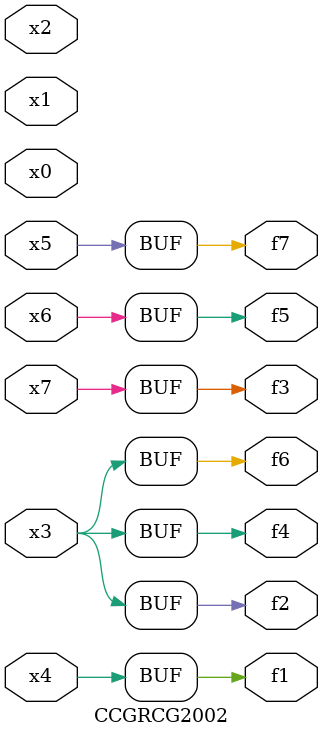
<source format=v>
module CCGRCG2002(
	input x0, x1, x2, x3, x4, x5, x6, x7,
	output f1, f2, f3, f4, f5, f6, f7
);
	assign f1 = x4;
	assign f2 = x3;
	assign f3 = x7;
	assign f4 = x3;
	assign f5 = x6;
	assign f6 = x3;
	assign f7 = x5;
endmodule

</source>
